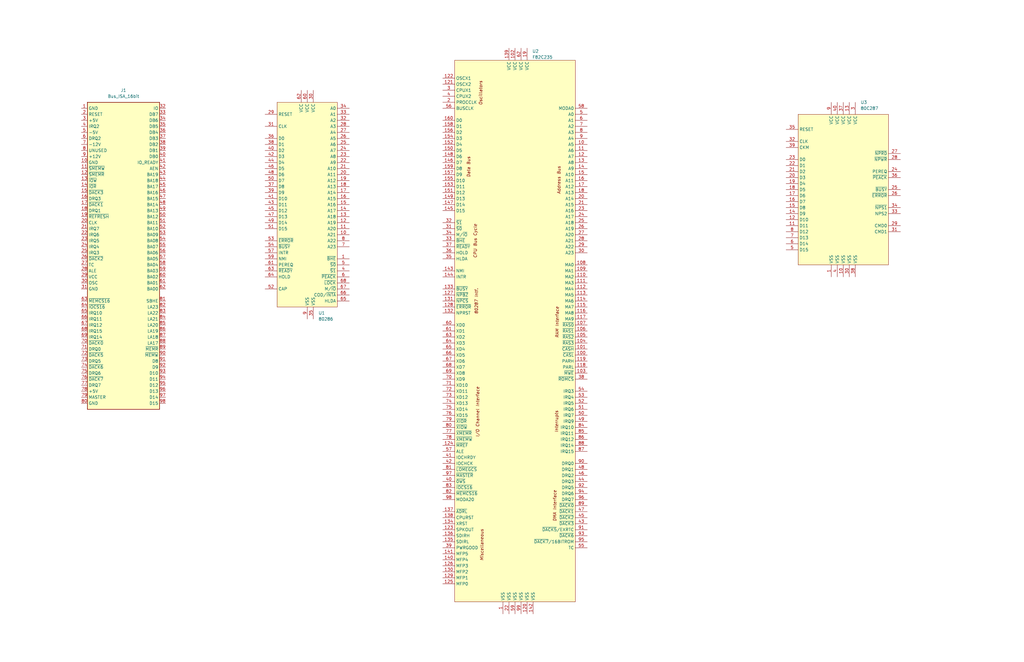
<source format=kicad_sch>
(kicad_sch (version 20250114) (generator "eeschema") (generator_version "9.0")
  (paper "USLedger")
  (lib_symbols
    (symbol "Connector:Bus_ISA_16bit"
      (property "Reference" "J" (at 0 67.945 0))
      (property "Value" "Bus_ISA_16bit" (at 0 -65.405 0))
      (symbol "Bus_ISA_16bit_0_1"
        (rectangle (start -15.24 -63.5) (end 15.24 66.04) (stroke (width 0.254)) (fill (type background)))
      )
      (symbol "Bus_ISA_16bit_1_1"
        (pin power_in line (at -17.78 63.5 0) (length 2.54) (name "GND") (number "1"))
        (pin output line (at -17.78 60.96 0) (length 2.54) (name "RESET") (number "2"))
        (pin power_in line (at -17.78 58.42 0) (length 2.54) (name "+5V") (number "3"))
        (pin passive line (at -17.78 55.88 0) (length 2.54) (name "IRQ2") (number "4"))
        (pin power_in line (at -17.78 53.34 0) (length 2.54) (name "-5V") (number "5"))
        (pin passive line (at -17.78 50.8 0) (length 2.54) (name "DRQ2") (number "6"))
        (pin power_in line (at -17.78 48.26 0) (length 2.54) (name "-12V") (number "7"))
        (pin passive line (at -17.78 45.72 0) (length 2.54) (name "UNUSED") (number "8"))
        (pin power_in line (at -17.78 43.18 0) (length 2.54) (name "+12V") (number "9"))
        (pin power_in line (at -17.78 40.64 0) (length 2.54) (name "GND") (number "10"))
        (pin output line (at -17.78 38.1 0) (length 2.54) (name "~{SMEMW}") (number "11"))
        (pin output line (at -17.78 35.56 0) (length 2.54) (name "~{SMEMR}") (number "12"))
        (pin output line (at -17.78 33.02 0) (length 2.54) (name "~{IOW}") (number "13"))
        (pin output line (at -17.78 30.48 0) (length 2.54) (name "~{IOR}") (number "14"))
        (pin passive line (at -17.78 27.94 0) (length 2.54) (name "~{DACK3}") (number "15"))
        (pin passive line (at -17.78 25.4 0) (length 2.54) (name "DRQ3") (number "16"))
        (pin passive line (at -17.78 22.86 0) (length 2.54) (name "~{DACK1}") (number "17"))
        (pin passive line (at -17.78 20.32 0) (length 2.54) (name "DRQ1") (number "18"))
        (pin passive line (at -17.78 17.78 0) (length 2.54) (name "~{REFRESH}") (number "19"))
        (pin output line (at -17.78 15.24 0) (length 2.54) (name "CLK") (number "20"))
        (pin passive line (at -17.78 12.7 0) (length 2.54) (name "IRQ7") (number "21"))
        (pin passive line (at -17.78 10.16 0) (length 2.54) (name "IRQ6") (number "22"))
        (pin passive line (at -17.78 7.62 0) (length 2.54) (name "IRQ5") (number "23"))
        (pin passive line (at -17.78 5.08 0) (length 2.54) (name "IRQ4") (number "24"))
        (pin passive line (at -17.78 2.54 0) (length 2.54) (name "IRQ3") (number "25"))
        (pin passive line (at -17.78 0 0) (length 2.54) (name "~{DACK2}") (number "26"))
        (pin passive line (at -17.78 -2.54 0) (length 2.54) (name "TC") (number "27"))
        (pin output line (at -17.78 -5.08 0) (length 2.54) (name "ALE") (number "28"))
        (pin power_in line (at -17.78 -7.62 0) (length 2.54) (name "VCC") (number "29"))
        (pin output line (at -17.78 -10.16 0) (length 2.54) (name "OSC") (number "30"))
        (pin power_in line (at -17.78 -12.7 0) (length 2.54) (name "GND") (number "31"))
        (pin passive line (at -17.78 -17.78 0) (length 2.54) (name "~{MEMCS16}") (number "63"))
        (pin passive line (at -17.78 -20.32 0) (length 2.54) (name "~{IOCS16}") (number "64"))
        (pin passive line (at -17.78 -22.86 0) (length 2.54) (name "IRQ10") (number "65"))
        (pin passive line (at -17.78 -25.4 0) (length 2.54) (name "IRQ11") (number "66"))
        (pin passive line (at -17.78 -27.94 0) (length 2.54) (name "IRQ12") (number "67"))
        (pin passive line (at -17.78 -30.48 0) (length 2.54) (name "IRQ15") (number "68"))
        (pin passive line (at -17.78 -33.02 0) (length 2.54) (name "IRQ14") (number "69"))
        (pin output line (at -17.78 -35.56 0) (length 2.54) (name "~{DACK0}") (number "70"))
        (pin passive line (at -17.78 -38.1 0) (length 2.54) (name "DRQ0") (number "71"))
        (pin output line (at -17.78 -40.64 0) (length 2.54) (name "~{DACK5}") (number "72"))
        (pin passive line (at -17.78 -43.18 0) (length 2.54) (name "DRQ5") (number "73"))
        (pin output line (at -17.78 -45.72 0) (length 2.54) (name "~{DACK6}") (number "74"))
        (pin passive line (at -17.78 -48.26 0) (length 2.54) (name "DRQ6") (number "75"))
        (pin output line (at -17.78 -50.8 0) (length 2.54) (name "~{DACK7}") (number "76"))
        (pin passive line (at -17.78 -53.34 0) (length 2.54) (name "DRQ7") (number "77"))
        (pin power_in line (at -17.78 -55.88 0) (length 2.54) (name "+5V") (number "78"))
        (pin passive line (at -17.78 -58.42 0) (length 2.54) (name "MASTER") (number "79"))
        (pin power_in line (at -17.78 -60.96 0) (length 2.54) (name "GND") (number "80"))
        (pin passive line (at 17.78 63.5 180) (length 2.54) (name "IO") (number "32"))
        (pin tri_state line (at 17.78 60.96 180) (length 2.54) (name "DB7") (number "33"))
        (pin tri_state line (at 17.78 58.42 180) (length 2.54) (name "DB6") (number "34"))
        (pin tri_state line (at 17.78 55.88 180) (length 2.54) (name "DB5") (number "35"))
        (pin tri_state line (at 17.78 53.34 180) (length 2.54) (name "DB4") (number "36"))
        (pin tri_state line (at 17.78 50.8 180) (length 2.54) (name "DB3") (number "37"))
        (pin tri_state line (at 17.78 48.26 180) (length 2.54) (name "DB2") (number "38"))
        (pin tri_state line (at 17.78 45.72 180) (length 2.54) (name "DB1") (number "39"))
        (pin tri_state line (at 17.78 43.18 180) (length 2.54) (name "DB0") (number "40"))
        (pin passive line (at 17.78 40.64 180) (length 2.54) (name "IO_READY") (number "41"))
        (pin output line (at 17.78 38.1 180) (length 2.54) (name "AEN") (number "42"))
        (pin tri_state line (at 17.78 35.56 180) (length 2.54) (name "BA19") (number "43"))
        (pin tri_state line (at 17.78 33.02 180) (length 2.54) (name "BA18") (number "44"))
        (pin tri_state line (at 17.78 30.48 180) (length 2.54) (name "BA17") (number "45"))
        (pin tri_state line (at 17.78 27.94 180) (length 2.54) (name "BA16") (number "46"))
        (pin tri_state line (at 17.78 25.4 180) (length 2.54) (name "BA15") (number "47"))
        (pin tri_state line (at 17.78 22.86 180) (length 2.54) (name "BA14") (number "48"))
        (pin tri_state line (at 17.78 20.32 180) (length 2.54) (name "BA13") (number "49"))
        (pin tri_state line (at 17.78 17.78 180) (length 2.54) (name "BA12") (number "50"))
        (pin tri_state line (at 17.78 15.24 180) (length 2.54) (name "BA11") (number "51"))
        (pin tri_state line (at 17.78 12.7 180) (length 2.54) (name "BA10") (number "52"))
        (pin tri_state line (at 17.78 10.16 180) (length 2.54) (name "BA09") (number "53"))
        (pin tri_state line (at 17.78 7.62 180) (length 2.54) (name "BA08") (number "54"))
        (pin tri_state line (at 17.78 5.08 180) (length 2.54) (name "BA07") (number "55"))
        (pin tri_state line (at 17.78 2.54 180) (length 2.54) (name "BA06") (number "56"))
        (pin tri_state line (at 17.78 0 180) (length 2.54) (name "BA05") (number "57"))
        (pin tri_state line (at 17.78 -2.54 180) (length 2.54) (name "BA04") (number "58"))
        (pin tri_state line (at 17.78 -5.08 180) (length 2.54) (name "BA03") (number "59"))
        (pin tri_state line (at 17.78 -7.62 180) (length 2.54) (name "BA02") (number "60"))
        (pin tri_state line (at 17.78 -10.16 180) (length 2.54) (name "BA01") (number "61"))
        (pin tri_state line (at 17.78 -12.7 180) (length 2.54) (name "BA00") (number "62"))
        (pin passive line (at 17.78 -17.78 180) (length 2.54) (name "SBHE") (number "81"))
        (pin passive line (at 17.78 -20.32 180) (length 2.54) (name "LA23") (number "82"))
        (pin passive line (at 17.78 -22.86 180) (length 2.54) (name "LA22") (number "83"))
        (pin passive line (at 17.78 -25.4 180) (length 2.54) (name "LA21") (number "84"))
        (pin passive line (at 17.78 -27.94 180) (length 2.54) (name "LA20") (number "85"))
        (pin passive line (at 17.78 -30.48 180) (length 2.54) (name "LA19") (number "86"))
        (pin passive line (at 17.78 -33.02 180) (length 2.54) (name "LA18") (number "87"))
        (pin passive line (at 17.78 -35.56 180) (length 2.54) (name "LA17") (number "88"))
        (pin output line (at 17.78 -38.1 180) (length 2.54) (name "~{MEMR}") (number "89"))
        (pin output line (at 17.78 -40.64 180) (length 2.54) (name "~{MEMW}") (number "90"))
        (pin tri_state line (at 17.78 -43.18 180) (length 2.54) (name "D8") (number "91"))
        (pin tri_state line (at 17.78 -45.72 180) (length 2.54) (name "D9") (number "92"))
        (pin tri_state line (at 17.78 -48.26 180) (length 2.54) (name "D10") (number "93"))
        (pin tri_state line (at 17.78 -50.8 180) (length 2.54) (name "D11") (number "94"))
        (pin tri_state line (at 17.78 -53.34 180) (length 2.54) (name "D12") (number "95"))
        (pin tri_state line (at 17.78 -55.88 180) (length 2.54) (name "D13") (number "96"))
        (pin tri_state line (at 17.78 -58.42 180) (length 2.54) (name "D14") (number "97"))
        (pin tri_state line (at 17.78 -60.96 180) (length 2.54) (name "D15") (number "98"))
      )
    )
    (symbol "pc-parts:80286"
      (property "Reference" "U" (at 0 0 0))
      (property "Value" "80286" (at 0 0 0))
      (symbol "80286_0_0"
        (pin input line (at -17.78 38.1 0) (length 5.08) (name "RESET") (number "29"))
        (pin input line (at -17.78 33.02 0) (length 5.08) (name "CLK") (number "31"))
        (pin bidirectional line (at -17.78 27.94 0) (length 5.08) (name "D0") (number "36"))
        (pin bidirectional line (at -17.78 25.4 0) (length 5.08) (name "D1") (number "38"))
        (pin bidirectional line (at -17.78 22.86 0) (length 5.08) (name "D2") (number "40"))
        (pin bidirectional line (at -17.78 20.32 0) (length 5.08) (name "D3") (number "42"))
        (pin bidirectional line (at -17.78 17.78 0) (length 5.08) (name "D4") (number "44"))
        (pin bidirectional line (at -17.78 15.24 0) (length 5.08) (name "D5") (number "46"))
        (pin bidirectional line (at -17.78 12.7 0) (length 5.08) (name "D6") (number "48"))
        (pin bidirectional line (at -17.78 10.16 0) (length 5.08) (name "D7") (number "50"))
        (pin bidirectional line (at -17.78 7.62 0) (length 5.08) (name "D8") (number "37"))
        (pin bidirectional line (at -17.78 5.08 0) (length 5.08) (name "D9") (number "39"))
        (pin bidirectional line (at -17.78 2.54 0) (length 5.08) (name "D10") (number "41"))
        (pin bidirectional line (at -17.78 0 0) (length 5.08) (name "D11") (number "43"))
        (pin bidirectional line (at -17.78 -2.54 0) (length 5.08) (name "D12") (number "45"))
        (pin bidirectional line (at -17.78 -5.08 0) (length 5.08) (name "D13") (number "47"))
        (pin bidirectional line (at -17.78 -7.62 0) (length 5.08) (name "D14") (number "49"))
        (pin bidirectional line (at -17.78 -10.16 0) (length 5.08) (name "D15") (number "51"))
        (pin input line (at -17.78 -15.24 0) (length 5.08) (name "~{ERROR}") (number "53"))
        (pin input line (at -17.78 -17.78 0) (length 5.08) (name "~{BUSY}") (number "54"))
        (pin input line (at -17.78 -20.32 0) (length 5.08) (name "INTR") (number "57"))
        (pin input line (at -17.78 -22.86 0) (length 5.08) (name "NMI") (number "59"))
        (pin input line (at -17.78 -25.4 0) (length 5.08) (name "PEREQ") (number "61"))
        (pin input line (at -17.78 -27.94 0) (length 5.08) (name "~{READY}") (number "63"))
        (pin input line (at -17.78 -30.48 0) (length 5.08) (name "HOLD") (number "64"))
        (pin passive line (at -17.78 -35.56 0) (length 5.08) (name "CAP") (number "52"))
        (pin power_in line (at -2.54 48.26 270) (length 5.08) (name "VCC") (number "62"))
        (pin power_in line (at 0 48.26 270) (length 5.08) (name "VCC") (number "60"))
        (pin power_in line (at 0 -48.26 90) (length 5.08) (name "VSS") (number "9"))
        (pin power_in line (at 2.54 48.26 270) (length 5.08) (name "VCC") (number "30"))
        (pin power_in line (at 2.54 -48.26 90) (length 5.08) (name "VSS") (number "35"))
        (pin output line (at 17.78 40.64 180) (length 5.08) (name "A0") (number "34"))
        (pin output line (at 17.78 38.1 180) (length 5.08) (name "A1") (number "33"))
        (pin output line (at 17.78 35.56 180) (length 5.08) (name "A2") (number "32"))
        (pin output line (at 17.78 33.02 180) (length 5.08) (name "A3") (number "28"))
        (pin output line (at 17.78 30.48 180) (length 5.08) (name "A4") (number "27"))
        (pin output line (at 17.78 27.94 180) (length 5.08) (name "A5") (number "26"))
        (pin output line (at 17.78 25.4 180) (length 5.08) (name "A6") (number "25"))
        (pin output line (at 17.78 22.86 180) (length 5.08) (name "A7") (number "24"))
        (pin output line (at 17.78 20.32 180) (length 5.08) (name "A8") (number "23"))
        (pin output line (at 17.78 17.78 180) (length 5.08) (name "A9") (number "22"))
        (pin output line (at 17.78 15.24 180) (length 5.08) (name "A10") (number "21"))
        (pin output line (at 17.78 12.7 180) (length 5.08) (name "A11") (number "20"))
        (pin output line (at 17.78 10.16 180) (length 5.08) (name "A12") (number "19"))
        (pin output line (at 17.78 7.62 180) (length 5.08) (name "A13") (number "18"))
        (pin output line (at 17.78 5.08 180) (length 5.08) (name "A14") (number "17"))
        (pin output line (at 17.78 2.54 180) (length 5.08) (name "A15") (number "16"))
        (pin output line (at 17.78 0 180) (length 5.08) (name "A16") (number "15"))
        (pin output line (at 17.78 -2.54 180) (length 5.08) (name "A17") (number "14"))
        (pin output line (at 17.78 -5.08 180) (length 5.08) (name "A18") (number "13"))
        (pin output line (at 17.78 -7.62 180) (length 5.08) (name "A19") (number "12"))
        (pin output line (at 17.78 -10.16 180) (length 5.08) (name "A20") (number "11"))
        (pin output line (at 17.78 -12.7 180) (length 5.08) (name "A21") (number "10"))
        (pin output line (at 17.78 -15.24 180) (length 5.08) (name "A22") (number "8"))
        (pin output line (at 17.78 -17.78 180) (length 5.08) (name "A23") (number "7"))
        (pin output line (at 17.78 -22.86 180) (length 5.08) (name "~{BHE}") (number "1"))
        (pin output line (at 17.78 -25.4 180) (length 5.08) (name "~{S0}") (number "5"))
        (pin output line (at 17.78 -27.94 180) (length 5.08) (name "~{S1}") (number "4"))
        (pin output line (at 17.78 -30.48 180) (length 5.08) (name "~{PEACK}") (number "6"))
        (pin output line (at 17.78 -33.02 180) (length 5.08) (name "~{LOCK}") (number "68"))
        (pin output line (at 17.78 -35.56 180) (length 5.08) (name "M/~{IO}") (number "67"))
        (pin output line (at 17.78 -38.1 180) (length 5.08) (name "COD/~{INTA}") (number "66"))
        (pin output line (at 17.78 -40.64 180) (length 5.08) (name "HLDA") (number "65"))
      )
      (symbol "80286_1_1"
        (rectangle (start -12.7 43.18) (end 12.7 -43.18) (fill (type background)))
      )
    )
    (symbol "pc-parts:80C287"
      (property "Reference" "U" (at 0 0 0))
      (property "Value" "80C287" (at 0 0 0))
      (symbol "80C287_0_0"
        (pin input line (at -24.13 25.4 0) (length 5.08) (name "RESET") (number "35"))
        (pin input line (at -24.13 20.32 0) (length 5.08) (name "CLK") (number "32"))
        (pin input line (at -24.13 17.78 0) (length 5.08) (name "CKM") (number "39"))
        (pin bidirectional line (at -24.13 12.7 0) (length 5.08) (name "D0") (number "23"))
        (pin bidirectional line (at -24.13 10.16 0) (length 5.08) (name "D1") (number "22"))
        (pin bidirectional line (at -24.13 7.62 0) (length 5.08) (name "D2") (number "21"))
        (pin bidirectional line (at -24.13 5.08 0) (length 5.08) (name "D3") (number "20"))
        (pin bidirectional line (at -24.13 2.54 0) (length 5.08) (name "D4") (number "19"))
        (pin bidirectional line (at -24.13 0 0) (length 5.08) (name "D5") (number "18"))
        (pin bidirectional line (at -24.13 -2.54 0) (length 5.08) (name "D6") (number "17"))
        (pin bidirectional line (at -24.13 -5.08 0) (length 5.08) (name "D7") (number "16"))
        (pin bidirectional line (at -24.13 -7.62 0) (length 5.08) (name "D8") (number "15"))
        (pin bidirectional line (at -24.13 -10.16 0) (length 5.08) (name "D9") (number "14"))
        (pin bidirectional line (at -24.13 -12.7 0) (length 5.08) (name "D10") (number "12"))
        (pin bidirectional line (at -24.13 -15.24 0) (length 5.08) (name "D11") (number "11"))
        (pin bidirectional line (at -24.13 -17.78 0) (length 5.08) (name "D12") (number "8"))
        (pin bidirectional line (at -24.13 -20.32 0) (length 5.08) (name "D13") (number "7"))
        (pin bidirectional line (at -24.13 -22.86 0) (length 5.08) (name "D14") (number "6"))
        (pin bidirectional line (at -24.13 -25.4 0) (length 5.08) (name "D15") (number "5"))
        (pin power_in line (at -5.08 36.83 270) (length 5.08) (name "VCC") (number "9"))
        (pin power_in line (at -5.08 -36.83 90) (length 5.08) (name "VSS") (number "1"))
        (pin power_in line (at -2.54 36.83 270) (length 5.08) (name "VCC") (number "40"))
        (pin power_in line (at -2.54 -36.83 90) (length 5.08) (name "VSS") (number "4"))
        (pin power_in line (at 0 36.83 270) (length 5.08) (name "VCC") (number "37"))
        (pin power_in line (at 0 -36.83 90) (length 5.08) (name "VSS") (number "10"))
        (pin power_in line (at 2.54 36.83 270) (length 5.08) (name "VCC") (number "13"))
        (pin power_in line (at 2.54 -36.83 90) (length 5.08) (name "VSS") (number "30"))
        (pin power_in line (at 5.08 36.83 270) (length 5.08) (name "VCC") (number "3"))
        (pin power_in line (at 5.08 -36.83 90) (length 5.08) (name "VSS") (number "38"))
        (pin input line (at 24.13 15.24 180) (length 5.08) (name "~{NPRD}") (number "27"))
        (pin input line (at 24.13 12.7 180) (length 5.08) (name "~{NPWR}") (number "28"))
        (pin output line (at 24.13 7.62 180) (length 5.08) (name "PEREQ") (number "24"))
        (pin input line (at 24.13 5.08 180) (length 5.08) (name "~{PEACK}") (number "36"))
        (pin output line (at 24.13 0 180) (length 5.08) (name "~{BUSY}") (number "25"))
        (pin output line (at 24.13 -2.54 180) (length 5.08) (name "~{ERROR}") (number "26"))
        (pin input line (at 24.13 -7.62 180) (length 5.08) (name "~{NPS1}") (number "34"))
        (pin input line (at 24.13 -10.16 180) (length 5.08) (name "NPS2") (number "33"))
        (pin input line (at 24.13 -15.24 180) (length 5.08) (name "CMD0") (number "29"))
        (pin input line (at 24.13 -17.78 180) (length 5.08) (name "CMD1") (number "31"))
      )
      (symbol "80C287_1_1"
        (rectangle (start -19.05 31.75) (end 19.05 -31.75) (fill (type background)))
      )
    )
    (symbol "pc-parts:F82C235"
      (property "Reference" "U" (at 0 0 0))
      (property "Value" "F82C235" (at 0 0 0))
      (symbol "F82C235_0_0"
        (pin input line (at -30.48 106.68 0) (length 5.08) (name "OSCX1") (number "122"))
        (pin output line (at -30.48 104.14 0) (length 5.08) (name "OSCX2") (number "121"))
        (pin input line (at -30.48 101.6 0) (length 5.08) (name "CPUX1") (number "3"))
        (pin output line (at -30.48 99.06 0) (length 5.08) (name "CPUX2") (number "4"))
        (pin output line (at -30.48 96.52 0) (length 5.08) (name "PROCCLK") (number "2"))
        (pin output line (at -30.48 93.98 0) (length 5.08) (name "BUSCLK") (number "56"))
        (pin bidirectional line (at -30.48 88.9 0) (length 5.08) (name "D0") (number "160"))
        (pin bidirectional line (at -30.48 86.36 0) (length 5.08) (name "D1") (number "158"))
        (pin bidirectional line (at -30.48 83.82 0) (length 5.08) (name "D2") (number "156"))
        (pin bidirectional line (at -30.48 81.28 0) (length 5.08) (name "D3") (number "154"))
        (pin bidirectional line (at -30.48 78.74 0) (length 5.08) (name "D4") (number "152"))
        (pin bidirectional line (at -30.48 76.2 0) (length 5.08) (name "D5") (number "150"))
        (pin bidirectional line (at -30.48 73.66 0) (length 5.08) (name "D6") (number "148"))
        (pin bidirectional line (at -30.48 71.12 0) (length 5.08) (name "D7") (number "146"))
        (pin bidirectional line (at -30.48 68.58 0) (length 5.08) (name "D8") (number "159"))
        (pin bidirectional line (at -30.48 66.04 0) (length 5.08) (name "D9") (number "157"))
        (pin bidirectional line (at -30.48 63.5 0) (length 5.08) (name "D10") (number "155"))
        (pin bidirectional line (at -30.48 60.96 0) (length 5.08) (name "D11") (number "153"))
        (pin bidirectional line (at -30.48 58.42 0) (length 5.08) (name "D12") (number "151"))
        (pin bidirectional line (at -30.48 55.88 0) (length 5.08) (name "D13") (number "149"))
        (pin bidirectional line (at -30.48 53.34 0) (length 5.08) (name "D14") (number "147"))
        (pin bidirectional line (at -30.48 50.8 0) (length 5.08) (name "D15") (number "145"))
        (pin input line (at -30.48 45.72 0) (length 5.08) (name "~{S1}") (number "32"))
        (pin input line (at -30.48 43.18 0) (length 5.08) (name "~{S0}") (number "31"))
        (pin input line (at -30.48 40.64 0) (length 5.08) (name "M/~{IO}") (number "34"))
        (pin bidirectional line (at -30.48 38.1 0) (length 5.08) (name "~{BHE}") (number "33"))
        (pin output line (at -30.48 35.56 0) (length 5.08) (name "~{READY}") (number "37"))
        (pin output line (at -30.48 33.02 0) (length 5.08) (name "HOLD") (number "36"))
        (pin input line (at -30.48 30.48 0) (length 5.08) (name "HLDA") (number "35"))
        (pin output line (at -30.48 25.4 0) (length 5.08) (name "NMI") (number "143"))
        (pin output line (at -30.48 22.86 0) (length 5.08) (name "INTR") (number "144"))
        (pin output line (at -30.48 17.78 0) (length 5.08) (name "~{BUSY}") (number "133"))
        (pin input line (at -30.48 15.24 0) (length 5.08) (name "~{NPBZ}") (number "127"))
        (pin output line (at -30.48 12.7 0) (length 5.08) (name "~{NPCS}") (number "131"))
        (pin input line (at -30.48 10.16 0) (length 5.08) (name "~{ERROR}") (number "128"))
        (pin output line (at -30.48 7.62 0) (length 5.08) (name "NPRST") (number "132"))
        (pin bidirectional line (at -30.48 2.54 0) (length 5.08) (name "XD0") (number "60"))
        (pin bidirectional line (at -30.48 0 0) (length 5.08) (name "XD1") (number "61"))
        (pin bidirectional line (at -30.48 -2.54 0) (length 5.08) (name "XD2") (number "63"))
        (pin bidirectional line (at -30.48 -5.08 0) (length 5.08) (name "XD3") (number "64"))
        (pin bidirectional line (at -30.48 -7.62 0) (length 5.08) (name "XD4") (number "65"))
        (pin bidirectional line (at -30.48 -10.16 0) (length 5.08) (name "XD5") (number "66"))
        (pin bidirectional line (at -30.48 -12.7 0) (length 5.08) (name "XD6") (number "67"))
        (pin bidirectional line (at -30.48 -15.24 0) (length 5.08) (name "XD7") (number "68"))
        (pin bidirectional line (at -30.48 -17.78 0) (length 5.08) (name "XD8") (number "69"))
        (pin bidirectional line (at -30.48 -20.32 0) (length 5.08) (name "XD9") (number "70"))
        (pin bidirectional line (at -30.48 -22.86 0) (length 5.08) (name "XD10") (number "71"))
        (pin bidirectional line (at -30.48 -25.4 0) (length 5.08) (name "XD11") (number "72"))
        (pin bidirectional line (at -30.48 -27.94 0) (length 5.08) (name "XD12") (number "73"))
        (pin bidirectional line (at -30.48 -30.48 0) (length 5.08) (name "XD13") (number "74"))
        (pin bidirectional line (at -30.48 -33.02 0) (length 5.08) (name "XD14") (number "75"))
        (pin bidirectional line (at -30.48 -35.56 0) (length 5.08) (name "XD15") (number "76"))
        (pin bidirectional line (at -30.48 -38.1 0) (length 5.08) (name "~{XIOR}") (number "79"))
        (pin bidirectional line (at -30.48 -40.64 0) (length 5.08) (name "~{XIOW}") (number "80"))
        (pin bidirectional line (at -30.48 -43.18 0) (length 5.08) (name "~{XMEMR}") (number "77"))
        (pin bidirectional line (at -30.48 -45.72 0) (length 5.08) (name "~{XMEMW}") (number "78"))
        (pin bidirectional line (at -30.48 -48.26 0) (length 5.08) (name "~{MREF}") (number "124"))
        (pin output line (at -30.48 -50.8 0) (length 5.08) (name "ALE") (number "57"))
        (pin input line (at -30.48 -53.34 0) (length 5.08) (name "IOCHRDY") (number "41"))
        (pin input line (at -30.48 -55.88 0) (length 5.08) (name "IOCHCK") (number "42"))
        (pin output line (at -30.48 -58.42 0) (length 5.08) (name "~{LOMEGCS}") (number "81"))
        (pin input line (at -30.48 -60.96 0) (length 5.08) (name "~{MASTER}") (number "97"))
        (pin input line (at -30.48 -63.5 0) (length 5.08) (name "~{0WS}") (number "40"))
        (pin bidirectional line (at -30.48 -66.04 0) (length 5.08) (name "~{IOCS16}") (number "83"))
        (pin bidirectional line (at -30.48 -68.58 0) (length 5.08) (name "~{MEMCS16}") (number "82"))
        (pin bidirectional line (at -30.48 -71.12 0) (length 5.08) (name "MODA20") (number "98"))
        (pin output line (at -30.48 -76.2 0) (length 5.08) (name "~{ADRL}") (number "137"))
        (pin output line (at -30.48 -78.74 0) (length 5.08) (name "CPURST") (number "138"))
        (pin output line (at -30.48 -81.28 0) (length 5.08) (name "XRST") (number "134"))
        (pin output line (at -30.48 -83.82 0) (length 5.08) (name "SPKOUT") (number "123"))
        (pin output line (at -30.48 -86.36 0) (length 5.08) (name "SDIRH") (number "136"))
        (pin output line (at -30.48 -88.9 0) (length 5.08) (name "SDIRL") (number "135"))
        (pin input line (at -30.48 -91.44 0) (length 5.08) (name "PWRGOOD") (number "39"))
        (pin bidirectional line (at -30.48 -93.98 0) (length 5.08) (name "MFP5") (number "141"))
        (pin input line (at -30.48 -96.52 0) (length 5.08) (name "MFP4") (number "140"))
        (pin input line (at -30.48 -99.06 0) (length 5.08) (name "MFP3") (number "126"))
        (pin output line (at -30.48 -101.6 0) (length 5.08) (name "MFP2") (number "130"))
        (pin input line (at -30.48 -104.14 0) (length 5.08) (name "MFP1") (number "129"))
        (pin input line (at -30.48 -106.68 0) (length 5.08) (name "MFP0") (number "125"))
        (pin power_in line (at -5.08 -119.38 90) (length 5.08) (name "VSS") (number "1"))
        (pin power_in line (at -2.54 119.38 270) (length 5.08) (name "VCC") (number "139"))
        (pin power_in line (at -2.54 -119.38 90) (length 5.08) (name "VSS") (number "22"))
        (pin power_in line (at 0 119.38 270) (length 5.08) (name "VCC") (number "102"))
        (pin power_in line (at 0 -119.38 90) (length 5.08) (name "VSS") (number "59"))
        (pin power_in line (at 2.54 119.38 270) (length 5.08) (name "VCC") (number "62"))
        (pin power_in line (at 2.54 -119.38 90) (length 5.08) (name "VSS") (number "99"))
        (pin power_in line (at 5.08 119.38 270) (length 5.08) (name "VCC") (number "19"))
        (pin power_in line (at 5.08 -119.38 90) (length 5.08) (name "VSS") (number "120"))
        (pin power_in line (at 7.62 -119.38 90) (length 5.08) (name "VSS") (number "142"))
        (pin bidirectional line (at 30.48 93.98 180) (length 5.08) (name "MODA0") (number "58"))
        (pin bidirectional line (at 30.48 91.44 180) (length 5.08) (name "A0") (number "5"))
        (pin bidirectional line (at 30.48 88.9 180) (length 5.08) (name "A1") (number "6"))
        (pin bidirectional line (at 30.48 86.36 180) (length 5.08) (name "A2") (number "7"))
        (pin bidirectional line (at 30.48 83.82 180) (length 5.08) (name "A3") (number "8"))
        (pin bidirectional line (at 30.48 81.28 180) (length 5.08) (name "A4") (number "9"))
        (pin bidirectional line (at 30.48 78.74 180) (length 5.08) (name "A5") (number "10"))
        (pin bidirectional line (at 30.48 76.2 180) (length 5.08) (name "A6") (number "11"))
        (pin bidirectional line (at 30.48 73.66 180) (length 5.08) (name "A7") (number "12"))
        (pin bidirectional line (at 30.48 71.12 180) (length 5.08) (name "A8") (number "13"))
        (pin bidirectional line (at 30.48 68.58 180) (length 5.08) (name "A9") (number "14"))
        (pin bidirectional line (at 30.48 66.04 180) (length 5.08) (name "A10") (number "15"))
        (pin bidirectional line (at 30.48 63.5 180) (length 5.08) (name "A11") (number "16"))
        (pin bidirectional line (at 30.48 60.96 180) (length 5.08) (name "A12") (number "17"))
        (pin bidirectional line (at 30.48 58.42 180) (length 5.08) (name "A13") (number "18"))
        (pin bidirectional line (at 30.48 55.88 180) (length 5.08) (name "A14") (number "20"))
        (pin bidirectional line (at 30.48 53.34 180) (length 5.08) (name "A15") (number "21"))
        (pin bidirectional line (at 30.48 50.8 180) (length 5.08) (name "A16") (number "23"))
        (pin bidirectional line (at 30.48 48.26 180) (length 5.08) (name "A17") (number "24"))
        (pin bidirectional line (at 30.48 45.72 180) (length 5.08) (name "A18") (number "25"))
        (pin bidirectional line (at 30.48 43.18 180) (length 5.08) (name "A19") (number "26"))
        (pin bidirectional line (at 30.48 40.64 180) (length 5.08) (name "A20") (number "27"))
        (pin bidirectional line (at 30.48 38.1 180) (length 5.08) (name "A21") (number "28"))
        (pin bidirectional line (at 30.48 35.56 180) (length 5.08) (name "A22") (number "29"))
        (pin bidirectional line (at 30.48 33.02 180) (length 5.08) (name "A23") (number "30"))
        (pin output line (at 30.48 27.94 180) (length 5.08) (name "MA0") (number "108"))
        (pin output line (at 30.48 25.4 180) (length 5.08) (name "MA1") (number "109"))
        (pin output line (at 30.48 22.86 180) (length 5.08) (name "MA2") (number "110"))
        (pin output line (at 30.48 20.32 180) (length 5.08) (name "MA3") (number "111"))
        (pin output line (at 30.48 17.78 180) (length 5.08) (name "MA4") (number "112"))
        (pin output line (at 30.48 15.24 180) (length 5.08) (name "MA5") (number "113"))
        (pin output line (at 30.48 12.7 180) (length 5.08) (name "MA6") (number "114"))
        (pin output line (at 30.48 10.16 180) (length 5.08) (name "MA7") (number "115"))
        (pin output line (at 30.48 7.62 180) (length 5.08) (name "MA8") (number "116"))
        (pin output line (at 30.48 5.08 180) (length 5.08) (name "MA9") (number "117"))
        (pin output line (at 30.48 2.54 180) (length 5.08) (name "~{RAS0}") (number "107"))
        (pin output line (at 30.48 0 180) (length 5.08) (name "~{RAS1}") (number "106"))
        (pin output line (at 30.48 -2.54 180) (length 5.08) (name "~{RAS2}") (number "105"))
        (pin output line (at 30.48 -5.08 180) (length 5.08) (name "~{RAS3}") (number "104"))
        (pin output line (at 30.48 -7.62 180) (length 5.08) (name "~{CASH}") (number "101"))
        (pin output line (at 30.48 -10.16 180) (length 5.08) (name "~{CASL}") (number "100"))
        (pin bidirectional line (at 30.48 -12.7 180) (length 5.08) (name "PARH") (number "119"))
        (pin bidirectional line (at 30.48 -15.24 180) (length 5.08) (name "PARL") (number "118"))
        (pin output line (at 30.48 -17.78 180) (length 5.08) (name "~{MWE}") (number "103"))
        (pin output line (at 30.48 -20.32 180) (length 5.08) (name "~{ROMCS}") (number "38"))
        (pin input line (at 30.48 -25.4 180) (length 5.08) (name "IRQ3") (number "54"))
        (pin input line (at 30.48 -27.94 180) (length 5.08) (name "IRQ4") (number "53"))
        (pin input line (at 30.48 -30.48 180) (length 5.08) (name "IRQ5") (number "52"))
        (pin input line (at 30.48 -33.02 180) (length 5.08) (name "IRQ6") (number "51"))
        (pin input line (at 30.48 -35.56 180) (length 5.08) (name "IRQ7") (number "50"))
        (pin input line (at 30.48 -38.1 180) (length 5.08) (name "IRQ9") (number "49"))
        (pin input line (at 30.48 -40.64 180) (length 5.08) (name "IRQ10") (number "84"))
        (pin input line (at 30.48 -43.18 180) (length 5.08) (name "IRQ11") (number "85"))
        (pin input line (at 30.48 -45.72 180) (length 5.08) (name "IRQ12") (number "86"))
        (pin input line (at 30.48 -48.26 180) (length 5.08) (name "IRQ14") (number "88"))
        (pin input line (at 30.48 -50.8 180) (length 5.08) (name "IRQ15") (number "87"))
        (pin input line (at 30.48 -55.88 180) (length 5.08) (name "DRQ0") (number "90"))
        (pin input line (at 30.48 -58.42 180) (length 5.08) (name "DRQ1") (number "48"))
        (pin input line (at 30.48 -60.96 180) (length 5.08) (name "DRQ2") (number "46"))
        (pin input line (at 30.48 -63.5 180) (length 5.08) (name "DRQ3") (number "44"))
        (pin input line (at 30.48 -66.04 180) (length 5.08) (name "DRQ5") (number "92"))
        (pin input line (at 30.48 -68.58 180) (length 5.08) (name "DRQ6") (number "94"))
        (pin input line (at 30.48 -71.12 180) (length 5.08) (name "DRQ7") (number "96"))
        (pin bidirectional line (at 30.48 -73.66 180) (length 5.08) (name "~{DACK0}") (number "89"))
        (pin bidirectional line (at 30.48 -76.2 180) (length 5.08) (name "~{DACK1}") (number "47"))
        (pin bidirectional line (at 30.48 -78.74 180) (length 5.08) (name "~{DACK2}") (number "45"))
        (pin bidirectional line (at 30.48 -81.28 180) (length 5.08) (name "~{DACK3}") (number "43"))
        (pin bidirectional line (at 30.48 -83.82 180) (length 5.08) (name "~{DACK5}/EXRTC") (number "91"))
        (pin bidirectional line (at 30.48 -86.36 180) (length 5.08) (name "~{DACK6}") (number "93"))
        (pin bidirectional line (at 30.48 -88.9 180) (length 5.08) (name "~{DACK7}/16BITROM") (number "95"))
        (pin output line (at 30.48 -91.44 180) (length 5.08) (name "TC") (number "55"))
      )
      (symbol "F82C235_1_1"
        (rectangle (start -25.4 114.3) (end 25.4 -114.3) (fill (type background)))
        (text "Data Bus" (at -19.558 69.342 900) (effects (font (size 1.27 1.27) (italic yes))))
        (text "CPU Bus Cycle" (at -16.764 38.1 900) (effects (font (size 1.27 1.27) (italic yes))))
        (text "80287 Intf." (at -16.256 12.7 900) (effects (font (size 1.27 1.27) (italic yes))))
        (text "I/O Channel Interface" (at -15.748 -34.036 900) (effects (font (size 1.27 1.27) (italic yes))))
        (text "Oscillators" (at -14.478 100.584 900) (effects (font (size 1.27 1.27) (italic yes))))
        (text "Miscellaneous" (at -13.97 -90.17 900) (effects (font (size 1.27 1.27) (italic yes))))
        (text "DMA Interface" (at 16.764 -73.66 900) (effects (font (size 1.27 1.27) (italic yes))))
        (text "Interrupts" (at 17.526 -38.1 900) (effects (font (size 1.27 1.27) (italic yes))))
        (text "RAM Interface" (at 17.78 3.81 900) (effects (font (size 1.27 1.27) (italic yes))))
        (text "Address Bus" (at 18.542 63.754 900) (effects (font (size 1.27 1.27) (italic yes))))
      )
    )
  )
  (symbol (lib_id "pc-parts:80286") (at 129.54 86.36 0) (unit 1)
    (property "Reference" "U1" (at 134.2741 132.08 0) (effects (justify left)))
    (property "Value" "80286" (at 134.2741 134.62 0) (effects (justify left)))
    (property "Footprint" "Package_LCC:PLCC-68_THT-Socket" (effects (hide yes)))
  )
  (symbol (lib_id "Connector:Bus_ISA_16bit") (at 52.07 109.22 0) (unit 1)
    (property "Reference" "J1" (at 52.07 38.1 0))
    (property "Value" "Bus_ISA_16bit" (at 52.07 40.64 0))
    (property "Datasheet" "https://en.wikipedia.org/wiki/Industry_Standard_Architecture" (effects (hide yes)))
    (property "Description" "16-bit ISA-AT bus connector" (effects (hide yes)))
  )
  (symbol (lib_id "pc-parts:80C287") (at 355.6 80.01 0) (unit 1)
    (property "Reference" "U3" (at 362.8741 43.18 0) (effects (justify left)))
    (property "Value" "80C287" (at 362.8741 45.72 0) (effects (justify left)))
    (property "Footprint" "Package_DIP:DIP-40_W15.24mm" (effects (hide yes)))
  )
  (symbol (lib_id "pc-parts:F82C235") (at 217.17 139.7 0) (unit 1)
    (property "Reference" "U2" (at 224.4441 21.59 0) (effects (justify left)))
    (property "Value" "F82C235" (at 224.4441 24.13 0) (effects (justify left)))
    (property "Footprint" "Package_QFP:PQFP-160_28x28mm_P0.65mm" (effects (hide yes)))
  )
)
</source>
